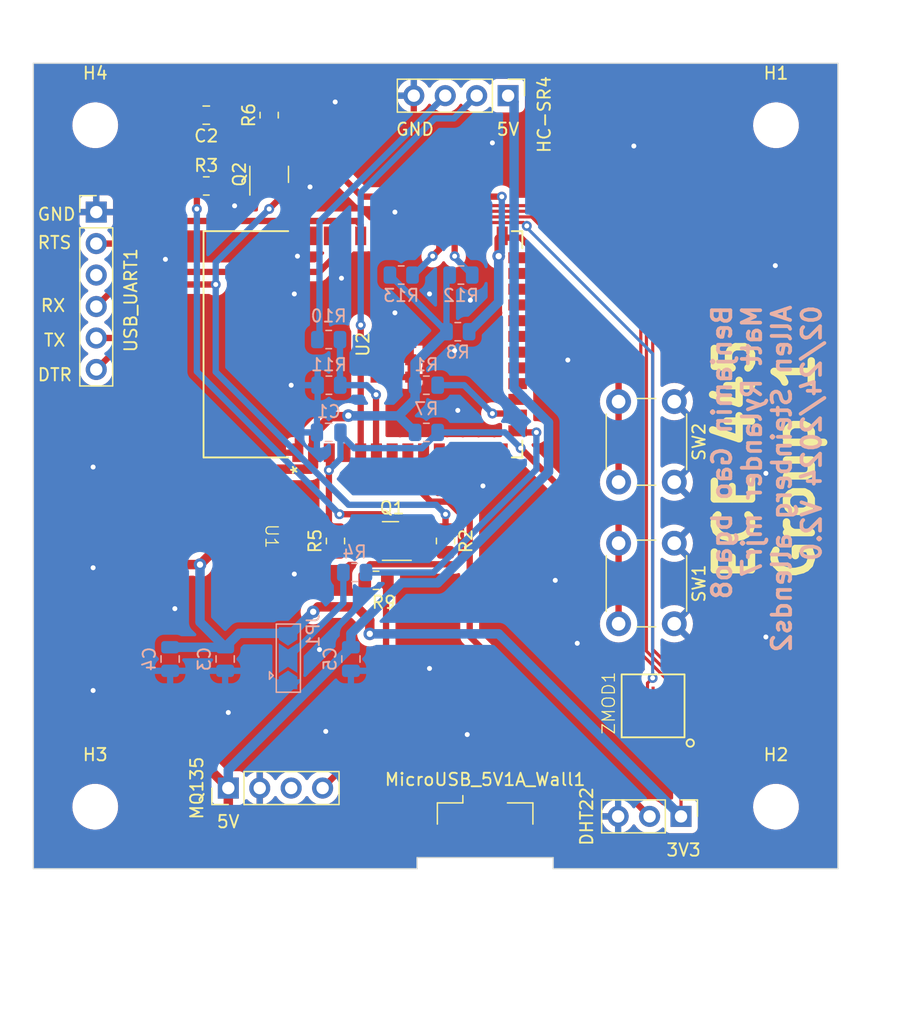
<source format=kicad_pcb>
(kicad_pcb (version 20221018) (generator pcbnew)
  (layers (0 "F.Cu" signal) (31 "B.Cu" signal) (34 "B.Paste" user) (35 "F.Paste" user) (36 "B.SilkS" user "B.Silkscreen") (37 "F.SilkS" user "F.Silkscreen") (38 "B.Mask" user) (39 "F.Mask" user) (44 "Edge.Cuts" user))
  (net 0 "")
  (net 1 "/CHIP_PU")
  (net 2 "GND")
  (net 3 "/GPIO0_STRAPPING")
  (net 4 "+3V3")
  (net 5 "+5V")
  (net 6 "/S")
  (net 7 "/Trig")
  (net 8 "Net-(HC-SR4-Pin_3)")
  (net 9 "Net-(JP1-C)")
  (net 14 "Net-(MQ135-Pin_4)")
  (net 15 "Net-(Q1-B)")
  (net 16 "/RTS")
  (net 17 "Net-(Q1-C)")
  (net 18 "Net-(Q2-B)")
  (net 19 "/DTR")
  (net 20 "Net-(Q2-C)")
  (net 21 "/GPIO46_STRAPPING")
  (net 22 "/GPIO3_STRAPPING")
  (net 23 "/A0")
  (net 24 "/Echo")
  (net 25 "/VBAT_SENSE")
  (net 26 "/GPIO16")
  (net 27 "/GPIO17")
  (net 28 "/GPIO18")
  (net 29 "/M1_FAULT")
  (net 30 "/D-")
  (net 31 "/D+")
  (net 32 "/M1_EN")
  (net 33 "/M1_PWM")
  (net 34 "/M1_DIR")
  (net 35 "/M2_FAULT")
  (net 36 "/M2_EN")
  (net 37 "/M2_PWM")
  (net 38 "/M2_DIR")
  (net 39 "/CAMERA_CS")
  (net 40 "/CAMERA_MOSI")
  (net 41 "/GPIO45_STRAPPING")
  (net 42 "/ZMOD_RES_N")
  (net 43 "/ZMOD_INT")
  (net 44 "/ZMOD_SDA")
  (net 45 "/ZMOD_SCL")
  (net 46 "/MTCK")
  (net 47 "/MTDO")
  (net 48 "/MTDI")
  (net 49 "/MTMS")
  (net 50 "/RX")
  (net 51 "/TX")
  (net 52 "/I_M_1")
  (net 53 "/I_M_2")
  (footprint "Connector_PinHeader_2.54mm:PinHeader_1x03_P2.54mm_Vertical" (layer "F.Cu") (at 131.826 128.778 -90)
    (fp_text reference "DHT22")
    (fp_text value "F_Header_Temp")
  )
  (footprint "Resistor_SMD:R_0805_2012Metric" (layer "F.Cu") (at 103.9095 106.553 90)
    (fp_text reference "R5")
    (fp_text value "10k")
  )
  (footprint "Package_TO_SOT_SMD:SOT-23" (layer "F.Cu") (at 98.552 76.962 90)
    (fp_text reference "Q2")
    (fp_text value "SS8050-G")
  )
  (footprint "local_footprints:ZMOD4410" (layer "F.Cu") (at 129.57 119.858 90)
    (fp_text reference "ZMOD1")
    (fp_text value "~")
  )
  (footprint "local_footprints:ESP32-S3-WROOM-1_EXP" (layer "F.Cu") (at 106.128 90.678 90)
    (fp_text reference "U2")
    (fp_text value "ESP32-S3-WROOM-1-N16R2")
  )
  (footprint "MountingHole:MountingHole_3.2mm_M3" (layer "F.Cu") (at 84.5 128)
    (fp_text reference "H3")
    (fp_text value "MountingHole")
  )
  (footprint "Resistor_SMD:R_0805_2012Metric" (layer "F.Cu") (at 107.188 109.728)
    (fp_text reference "R9")
    (fp_text value "1k")
  )
  (footprint "Resistor_SMD:R_0805_2012Metric" (layer "F.Cu") (at 98.552 72.1845 90)
    (fp_text reference "R6")
    (fp_text value "10k")
  )
  (footprint "Connector_PinHeader_2.54mm:PinHeader_1x04_P2.54mm_Vertical" (layer "F.Cu") (at 95.25 126.492 90)
    (fp_text reference "MQ135")
    (fp_text value "Gas Sensor")
  )
  (footprint "Package_TO_SOT_SMD:SOT-23" (layer "F.Cu") (at 108.3545 106.553 180)
    (fp_text reference "Q1")
    (fp_text value "SS8050-G")
  )
  (footprint "Button_Switch_THT:SW_PUSH_6mm" (layer "F.Cu") (at 131.282 95.302 -90)
    (fp_text reference "SW2")
    (fp_text value "SW_Push")
  )
  (footprint "Connector_USB:USB_Micro-B_Amphenol_10104110_Horizontal" (layer "F.Cu") (at 116 129.35)
    (fp_text reference "MicroUSB_5V1A_Wall1")
    (fp_text value "Conn_01x05")
  )
  (footprint "Resistor_SMD:R_0805_2012Metric" (layer "F.Cu") (at 112.7995 106.553 -90)
    (fp_text reference "R2")
    (fp_text value "10k")
  )
  (footprint "Connector_PinHeader_2.54mm:PinHeader_1x06_P2.54mm_Vertical" (layer "F.Cu") (at 84.582 80.01)
    (fp_text reference "USB_UART1")
    (fp_text value "Conn_01x06")
  )
  (footprint "Button_Switch_THT:SW_PUSH_6mm" (layer "F.Cu") (at 131.282 106.732 -90)
    (fp_text reference "SW1")
    (fp_text value "SW_Push")
  )
  (footprint "Capacitor_SMD:C_0805_2012Metric" (layer "F.Cu") (at 93.472 72.1845 180)
    (fp_text reference "C2")
    (fp_text value "1u")
  )
  (footprint "local_footprints:AZ1117C-SOT223" (layer "F.Cu") (at 93.6745 106.172 -90)
    (fp_text reference "U1")
    (fp_text value "AZ1117-3.3")
  )
  (footprint "Resistor_SMD:R_0805_2012Metric" (layer "F.Cu") (at 93.472 77.8995)
    (fp_text reference "R3")
    (fp_text value "10k")
  )
  (footprint "MountingHole:MountingHole_3.2mm_M3" (layer "F.Cu") (at 139.5 73)
    (fp_text reference "H1")
    (fp_text value "MountingHole")
  )
  (footprint "Connector_PinHeader_2.54mm:PinHeader_1x04_P2.54mm_Vertical" (layer "F.Cu") (at 117.856 70.612 -90)
    (fp_text reference "HC-SR4")
    (fp_text value "F_Header_Ultrasonic")
  )
  (footprint "MountingHole:MountingHole_3.2mm_M3" (layer "F.Cu") (at 84.5 73)
    (fp_text reference "H4")
    (fp_text value "MountingHole")
  )
  (footprint "MountingHole:MountingHole_3.2mm_M3" (layer "F.Cu") (at 139.5 128)
    (fp_text reference "H2")
    (fp_text value "MountingHole")
  )
  (footprint "Resistor_SMD:R_0805_2012Metric" (layer "B.Cu") (at 111.252 97.79)
    (fp_text reference "R7")
    (fp_text value "100k")
  )
  (footprint "Resistor_SMD:R_0805_2012Metric" (layer "B.Cu") (at 103.3605 90.297)
    (fp_text reference "R10")
    (fp_text value "1k")
  )
  (footprint "Capacitor_SMD:C_0805_2012Metric" (layer "B.Cu") (at 94.996 116.078 -90)
    (fp_text reference "C3")
    (fp_text value "10u")
  )
  (footprint "Capacitor_SMD:C_0805_2012Metric" (layer "B.Cu") (at 105.156 116.078 -90)
    (fp_text reference "C5")
    (fp_text value "10u")
  )
  (footprint "Capacitor_SMD:C_0805_2012Metric" (layer "B.Cu") (at 90.551 116.078 -90)
    (fp_text reference "C4")
    (fp_text value "100n")
  )
  (footprint "Capacitor_SMD:C_0805_2012Metric" (layer "B.Cu") (at 103.3605 97.79 180)
    (fp_text reference "C1")
    (fp_text value "1u")
  )
  (footprint "Resistor_SMD:R_0805_2012Metric" (layer "B.Cu") (at 103.378 93.98 180)
    (fp_text reference "R11")
    (fp_text value "2.2k")
  )
  (footprint "Resistor_SMD:R_0805_2012Metric" (layer "B.Cu") (at 109.22 85.09)
    (fp_text reference "R13")
    (fp_text value "10k")
  )
  (footprint "Resistor_SMD:R_0805_2012Metric" (layer "B.Cu") (at 111.252 93.98 180)
    (fp_text reference "R1")
    (fp_text value "1k")
  )
  (footprint "Resistor_SMD:R_0805_2012Metric" (layer "B.Cu") (at 114.046 85.09)
    (fp_text reference "R12")
    (fp_text value "10k")
  )
  (footprint "Resistor_SMD:R_0805_2012Metric" (layer "B.Cu") (at 113.792 89.662)
    (fp_text reference "R8")
    (fp_text value "100k")
  )
  (footprint "Jumper:SolderJumper-3_P2.0mm_Open_TrianglePad1.0x1.5mm" (layer "B.Cu") (at 100.076 116.008 90)
    (fp_text reference "JP1")
    (fp_text value "SolderJumper_3_Open")
  )
  (footprint "Resistor_SMD:R_0805_2012Metric" (layer "B.Cu") (at 105.457 109.093 180)
    (fp_text reference "R4")
    (fp_text value "1k")
  )
  (gr_line (start 144.5 133) (end 121.5 133) (stroke (width 0.1)) (layer "Edge.Cuts"))
  (gr_line (start 79.5 68) (end 79.5 133) (stroke (width 0.1)) (layer "Edge.Cuts"))
  (gr_line (start 110.5 132.1) (end 110.5 133) (stroke (width 0.1)) (layer "Edge.Cuts"))
  (gr_line (start 144.5 68) (end 79.5 68) (stroke (width 0.1)) (layer "Edge.Cuts"))
  (gr_line (start 121.5 133) (end 121.5 132.1) (stroke (width 0.1)) (layer "Edge.Cuts"))
  (gr_line (start 110.5 133) (end 79.5 133) (stroke (width 0.1)) (layer "Edge.Cuts"))
  (gr_line (start 110.5 132.1) (end 121.5 132.1) (stroke (width 0.1)) (layer "Edge.Cuts"))
  (gr_line (start 144.5 68) (end 144.5 133) (stroke (width 0.1)) (layer "Edge.Cuts"))
  (gr_text "Benjamin Gao bgao8	\nMatt Rylander mjr7 \nAllen Steinberg allends2\n02/24/2024 V2.0" (at 143.256 87.376 90) (layer "B.SilkS") (effects (font (size 1.5 1.5) (thickness 0.3) bold) (justify left bottom mirror)))
  (gr_text "GND" (at 79.756 80.772) (layer "F.SilkS") (effects (font (size 1 1)) (justify left bottom)))
  (gr_text "5V" (at 94.234 129.794) (layer "F.SilkS") (effects (font (size 1 1)) (justify left bottom)))
  (gr_text "RTS" (at 79.756 83.058) (layer "F.SilkS") (effects (font (size 1 1)) (justify left bottom)))
  (gr_text "ECE 445\nGroup 1" (at 142.748 109.982 90) (layer "F.SilkS") (effects (font (size 3 3) (thickness 0.6) bold) (justify left bottom)))
  (gr_text "DTR" (at 79.756 93.726) (layer "F.SilkS") (effects (font (size 1 1)) (justify left bottom)))
  (gr_text "RX" (at 80.01 88.138) (layer "F.SilkS") (effects (font (size 1 1)) (justify left bottom)))
  (gr_text "5V" (at 116.84 73.914) (layer "F.SilkS") (effects (font (size 1 1)) (justify left bottom)))
  (gr_text "3V3" (at 130.556 132.08) (layer "F.SilkS") (effects (font (size 1 1)) (justify left bottom)))
  (gr_text "TX" (at 80.264 90.932) (layer "F.SilkS") (effects (font (size 1 1)) (justify left bottom)))
  (gr_text "GND" (at 108.712 73.914) (layer "F.SilkS") (effects (font (size 1 1)) (justify left bottom)))
  (segment (start 126.782 106.732) (end 126.782 104.229) (width 0.508) (layer "F.Cu") (net 1))
  (segment (start 103.378 99.458) (end 103.408 99.428) (width 0.508) (layer "F.Cu") (net 1))
  (segment (start 103.378 105.109) (end 103.9095 105.6405) (width 0.508) (layer "F.Cu") (net 1))
  (segment (start 126.782 104.229) (end 124.041 104.229) (width 0.508) (layer "F.Cu") (net 1))
  (segment (start 126.782 106.732) (end 126.782 113.232) (width 0.508) (layer "F.Cu") (net 1))
  (segment (start 103.378 100.838) (end 103.378 105.109) (width 0.508) (layer "F.Cu") (net 1))
  (segment (start 103.378 100.838) (end 103.378 99.458) (width 0.508) (layer "F.Cu") (net 1))
  (segment (start 124.041 104.229) (end 118.872 99.06) (width 0.508) (layer "F.Cu") (net 1))
  (via (at 103.378 100.838) (size 0.8) (drill 0.4) (layers "F.Cu" "B.Cu") (net 1))
  (via (at 118.872 99.06) (size 0.8) (drill 0.4) (layers "F.Cu" "B.Cu") (net 1))
  (segment (start 117.602 97.79) (end 112.1645 97.79) (width 0.508) (layer "B.Cu") (net 1))
  (segment (start 105.41 99.06) (end 110.8945 99.06) (width 0.508) (layer "B.Cu") (net 1))
  (segment (start 110.8945 99.06) (end 112.1645 97.79) (width 0.508) (layer "B.Cu") (net 1))
  (segment (start 104.14 97.79) (end 105.41 99.06) (width 0.508) (layer "B.Cu") (net 1))
  (segment (start 104.3105 97.79) (end 104.14 97.79) (width 0.508) (layer "B.Cu") (net 1))
  (segment (start 104.3105 99.9055) (end 103.378 100.838) (width 0.508) (layer "B.Cu") (net 1))
  (segment (start 104.3105 97.79) (end 104.3105 99.9055) (width 0.508) (layer "B.Cu") (net 1))
  (segment (start 118.872 99.06) (end 117.602 97.79) (width 0.508) (layer "B.Cu") (net 1))
  (segment (start 127.022 119.358) (end 127 119.38) (width 0.254) (layer "F.Cu") (net 2))
  (segment (start 128.57 118.558) (end 127.702 118.558) (width 0.254) (layer "F.Cu") (net 2))
  (segment (start 128.57 118.156) (end 128.143 117.729) (width 0.254) (layer "F.Cu") (net 2))
  (segment (start 128.27 120.396) (end 127.508 121.158) (width 0.254) (layer "F.Cu") (net 2))
  (segment (start 128.27 119.358) (end 128.27 118.858) (width 0.254) (layer "F.Cu") (net 2))
  (segment (start 128.27 119.358) (end 127.022 119.358) (width 0.254) (layer "F.Cu") (net 2))
  (segment (start 117.31 127.8) (end 117.348 127.762) (width 0.254) (layer "F.Cu") (net 2))
  (segment (start 117.3 127.8) (end 117.31 127.8) (width 0.254) (layer "F.Cu") (net 2))
  (segment (start 128.27 120.358) (end 127.216 120.358) (width 0.254) (layer "F.Cu") (net 2))
  (segment (start 128.27 118.858) (end 128.57 118.558) (width 0.254) (layer "F.Cu") (net 2))
  (segment (start 117.3 127.8) (end 117.3 126.238) (width 0.4) (layer "F.Cu") (net 2))
  (segment (start 127.702 118.558) (end 127.508 118.364) (width 0.254) (layer "F.Cu") (net 2))
  (segment (start 127.216 120.358) (end 127 120.142) (width 0.254) (layer "F.Cu") (net 2))
  (segment (start 128.57 118.558) (end 128.57 118.156) (width 0.254) (layer "F.Cu") (net 2))
  (segment (start 128.27 120.358) (end 128.27 120.396) (width 0.254) (layer "F.Cu") (net 2))
  (via (at 90.17 83.82) (size 0.8) (drill 0.4) (layers "F.Cu" "B.Cu") (net 2))
  (via (at 138.684 114.3) (size 0.8) (drill 0.4) (layers "F.Cu" "B.Cu") (net 2))
  (via (at 108.712 80.01) (size 0.8) (drill 0.4) (layers "F.Cu" "B.Cu") (net 2))
  (via (at 123.444 114.808) (size 0.8) (drill 0.4) (layers "F.Cu" "B.Cu") (net 2))
  (via (at 100.584 109.22) (size 0.8) (drill 0.4) (layers "F.Cu" "B.Cu") (net 2))
  (via (at 95.758 79.502) (size 0.8) (drill 0.4) (layers "F.Cu" "B.Cu") (net 2))
  (via (at 114.808 87.122) (size 0.8) (drill 0.4) (layers "F.Cu" "B.Cu") (net 2))
  (via (at 104.394 85.344) (size 0.8) (drill 0.4) (layers "F.Cu" "B.Cu") (net 2))
  (via (at 103.124 121.92) (size 0.8) (drill 0.4) (layers "F.Cu" "B.Cu") (net 2))
  (via (at 84.328 108.712) (size 0.8) (drill 0.4) (layers "F.Cu" "B.Cu") (net 2))
  (via (at 128.016 74.676) (size 0.8) (drill 0.4) (layers "F.Cu" "B.Cu") (net 2))
  (via (at 138.684 101.092) (size 0.8) (drill 0.4) (layers "F.Cu" "B.Cu") (net 2))
  (via (at 121.666 109.728) (size 0.8) (drill 0.4) (layers "F.Cu" "B.Cu") (net 2))
  (via (at 111.506 86.614) (size 0.8) (drill 0.4) (layers "F.Cu" "B.Cu") (net 2))
  (via (at 102.616 115.316) (size 0.8) (drill 0.4) (layers "F.Cu" "B.Cu") (net 2))
  (via (at 101.854 77.978) (size 0.8) (drill 0.4) (layers "F.Cu" "B.Cu") (net 2))
  (via (at 100.584 86.614) (size 0.8) (drill 0.4) (layers "F.Cu" "B.Cu") (net 2))
  (via (at 111.506 116.84) (size 0.8) (drill 0.4) (layers "F.Cu" "B.Cu") (net 2))
  (via (at 114.554 122.174) (size 0.8) (drill 0.4) (layers "F.Cu" "B.Cu") (net 2))
  (via (at 122.682 91.948) (size 0.8) (drill 0.4) (layers "F.Cu" "B.Cu") (net 2))
  (via (at 139.446 84.328) (size 0.8) (drill 0.4) (layers "F.Cu" "B.Cu") (net 2))
  (via (at 113.792 96.012) (size 0.8) (drill 0.4) (layers "F.Cu" "B.Cu") (net 2))
  (via (at 115.824 102.108) (size 0.8) (drill 0.4) (layers "F.Cu" "B.Cu") (net 2))
  (via (at 108.712 88.138) (size 0.8) (drill 0.4) (layers "F.Cu" "B.Cu") (net 2))
  (via (at 95.25 120.396) (size 0.8) (drill 0.4) (layers "F.Cu" "B.Cu") (net 2))
  (via (at 84.328 118.618) (size 0.8) (drill 0.4) (layers "F.Cu" "B.Cu") (net 2))
  (via (at 100.838 83.566) (size 0.8) (drill 0.4) (layers "F.Cu" "B.Cu") (net 2))
  (via (at 90.932 112.014) (size 0.8) (drill 0.4) (layers "F.Cu" "B.Cu") (net 2))
  (via (at 84.328 100.584) (size 0.8) (drill 0.4) (layers "F.Cu" "B.Cu") (net 2))
  (via (at 113.538 91.186) (size 0.8) (drill 0.4) (layers "F.Cu" "B.Cu") (net 2))
  (via (at 116.586 74.422) (size 0.8) (drill 0.4) (layers "F.Cu" "B.Cu") (net 2))
  (via (at 103.886 71.12) (size 0.8) (drill 0.4) (layers "F.Cu" "B.Cu") (net 2))
  (via (at 100.33 93.98) (size 0.8) (drill 0.4) (layers "F.Cu" "B.Cu") (net 2))
  (segment (start 97.6395 72.1845) (end 98.552 71.272) (width 0.508) (layer "F.Cu") (net 3))
  (segment (start 117.094 83.566) (end 117.1335 83.5265) (width 0.762) (layer "F.Cu") (net 3))
  (segment (start 106.0427 78.7627) (end 117.348 78.7627) (width 0.508) (layer "F.Cu") (net 3))
  (segment (start 126.782 95.302) (end 126.782 101.802) (width 0.508) (layer "F.Cu") (net 3))
  (segment (start 117.1335 82.1725) (end 117.378 81.928) (width 0.762) (layer "F.Cu") (net 3))
  (segment (start 98.552 71.272) (end 106.0427 78.7627) (width 0.508) (layer "F.Cu") (net 3))
  (segment (start 117.526501 82.076501) (end 118.886501 82.076501) (width 0.508) (layer "F.Cu") (net 3))
  (segment (start 117.378 81.928) (end 117.526501 82.076501) (width 0.508) (layer "F.Cu") (net 3))
  (segment (start 126.782 89.972) (end 126.782 95.302) (width 0.508) (layer "F.Cu") (net 3))
  (segment (start 118.886501 82.076501) (end 126.782 89.972) (width 0.508) (layer "F.Cu") (net 3))
  (segment (start 94.422 72.1845) (end 97.6395 72.1845) (width 0.508) (layer "F.Cu") (net 3))
  (segment (start 117.1335 83.5265) (end 117.1335 82.1725) (width 0.762) (layer "F.Cu") (net 3))
  (via (at 117.348 78.7627) (size 0.8) (drill 0.4) (layers "F.Cu" "B.Cu") (net 3))
  (via (at 117.094 83.566) (size 1.016) (drill 0.508) (layers "F.Cu" "B.Cu") (net 3))
  (segment (start 117.094 87.2725) (end 117.094 83.566) (width 0.762) (layer "B.Cu") (net 3))
  (segment (start 114.7045 89.662) (end 117.094 87.2725) (width 0.762) (layer "B.Cu") (net 3))
  (segment (start 117.348 78.7627) (end 117.348 83.312) (width 0.508) (layer "B.Cu") (net 3))
  (segment (start 117.348 83.312) (end 117.094 83.566) (width 0.508) (layer "B.Cu") (net 3))
  (segment (start 96.5997 100.7583) (end 101.8935 100.7583) (width 0.762) (layer "F.Cu") (net 4))
  (segment (start 101.8935 100.7583) (end 102.138 100.5138) (width 0.762) (layer "F.Cu") (net 4))
  (segment (start 130.57 121.158) (end 130.57 123.158) (width 0.254) (layer "F.Cu") (net 4))
  (segment (start 131.087 123.675) (end 131.826 124.414) (width 0.254) (layer "F.Cu") (net 4))
  (segment (start 129.57 118.558) (end 129.57 120.158) (width 0.254) (layer "F.Cu") (net 4))
  (segment (start 129.57 120.158) (end 130.57 121.158) (width 0.254) (layer "F.Cu") (net 4))
  (segment (start 130.57 123.158) (end 131.087 123.675) (width 0.254) (layer "F.Cu") (net 4))
  (segment (start 131.826 124.414) (end 131.826 128.778) (width 0.254) (layer "F.Cu") (net 4))
  (segment (start 102.108 112.268) (end 102.507 111.869) (width 0.762) (layer "F.Cu") (net 4))
  (segment (start 94.234 103.124) (end 96.5997 100.7583) (width 0.762) (layer "F.Cu") (net 4))
  (segment (start 102.507 111.869) (end 105.607079 111.869) (width 0.762) (layer "F.Cu") (net 4))
  (segment (start 104.949433 96.434247) (end 104.949433 96.472567) (width 0.762) (layer "F.Cu") (net 4))
  (segment (start 103.5347 96.52) (end 102.138 97.9167) (width 0.762) (layer "F.Cu") (net 4))
  (segment (start 106.68 112.941921) (end 106.68 114.047) (width 0.762) (layer "F.Cu") (net 4))
  (segment (start 104.902 96.52) (end 103.5347 96.52) (width 0.762) (layer "F.Cu") (net 4))
  (segment (start 102.138 100.5138) (end 102.138 99.428) (width 0.762) (layer "F.Cu") (net 4))
  (segment (start 92.964 108.458) (end 94.234 107.188) (width 0.762) (layer "F.Cu") (net 4))
  (segment (start 105.607079 111.869) (end 106.68 112.941921) (width 0.762) (layer "F.Cu") (net 4))
  (segment (start 104.949433 96.472567) (end 104.902 96.52) (width 0.762) (layer "F.Cu") (net 4))
  (segment (start 94.234 107.188) (end 94.234 103.124) (width 0.762) (layer "F.Cu") (net 4))
  (segment (start 128.57 121.158) (end 131.087 123.675) (width 0.254) (layer "F.Cu") (net 4))
  (segment (start 90.5885 108.458) (end 90.5745 108.472) (width 0.762) (layer "F.Cu") (net 4))
  (segment (start 92.964 108.458) (end 90.5885 108.458) (width 0.762) (layer "F.Cu") (net 4))
  (segment (start 102.138 97.9167) (end 102.138 99.428) (width 0.762) (layer "F.Cu") (net 4))
  (via (at 92.964 108.458) (size 1.016) (drill 0.508) (layers "F.Cu" "B.Cu") (net 4))
  (via (at 106.68 114.047) (size 1.016) (drill 0.508) (layers "F.Cu" "B.Cu") (net 4))
  (via (at 104.949433 96.434247) (size 1.016) (drill 0.508) (layers "F.Cu" "B.Cu") (net 4))
  (via (at 102.108 112.268) (size 1.016) (drill 0.508) (layers "F.Cu" "B.Cu") (net 4))
  (segment (start 96.116 114.008) (end 98.806 114.008) (width 0.762) (layer "B.Cu") (net 4))
  (segment (start 100.368 114.008) (end 102.108 112.268) (width 0.762) (layer "B.Cu") (net 4))
  (segment (start 106.68 114.047) (end 117.095 114.047) (width 0.762) (layer "B.Cu") (net 4))
  (segment (start 110.3395 93.98) (end 110.3395 92.202) (width 0.762) (layer "B.Cu") (net 4))
  (segment (start 110.3395 95.114662) (end 110.3395 93.98) (width 0.762) (layer "B.Cu") (net 4))
  (segment (start 109.001831 96.452331) (end 110.3395 95.114662) (width 0.762) (layer "B.Cu") (net 4))
  (segment (start 117.095 114.047) (end 131.826 128.778) (width 0.762) (layer "B.Cu") (net 4))
  (segment (start 109.001831 96.452331) (end 110.3395 97.79) (width 0.762) (layer "B.Cu") (net 4))
  (segment (start 92.964 113.096) (end 94.996 115.128) (width 0.762) (layer "B.Cu") (net 4))
  (segment (start 98.806 114.008) (end 100.076 114.008) (width 0.762) (layer "B.Cu") (net 4))
  (segment (start 108.3075 85.09) (end 112.8795 89.662) (width 0.508) (layer "B.Cu") (net 4))
  (segment (start 110.3395 92.202) (end 112.8795 89.662) (width 0.762) (layer "B.Cu") (net 4))
  (segment (start 112.8795 85.344) (end 112.8795 89.662) (width 0.508) (layer "B.Cu") (net 4))
  (segment (start 90.551 115.128) (end 94.996 115.128) (width 0.762) (layer "B.Cu") (net 4))
  (segment (start 98.806 114.008) (end 100.368 114.008) (width 0.762) (layer "B.Cu") (net 4))
  (segment (start 104.949433 96.434247) (end 104.967517 96.452331) (width 0.762) (layer "B.Cu") (net 4))
  (segment (start 113.1335 85.09) (end 112.8795 85.344) (width 0.508) (layer "B.Cu") (net 4))
  (segment (start 92.964 108.458) (end 92.964 113.096) (width 0.762) (layer "B.Cu") (net 4))
  (segment (start 104.967517 96.452331) (end 109.001831 96.452331) (width 0.762) (layer "B.Cu") (net 4))
  (segment (start 94.996 115.128) (end 96.116 114.008) (width 0.762) (layer "B.Cu") (net 4))
  (segment (start 106.963 129.794) (end 108.995 127.762) (width 0.762) (layer "F.Cu") (net 5))
  (segment (start 95.25 128.27) (end 96.774 129.794) (width 0.762) (layer "F.Cu") (net 5))
  (segment (start 88.138 119.38) (end 95.25 126.492) (width 0.762) (layer "F.Cu") (net 5))
  (segment (start 108.995 127.762) (end 114.357 127.762) (width 0.762) (layer "F.Cu") (net 5))
  (segment (start 88.138 105.664) (end 88.138 119.38) (width 0.762) (layer "F.Cu") (net 5))
  (segment (start 90.5745 103.872) (end 89.93 103.872) (width 0.762) (layer "F.Cu") (net 5))
  (segment (start 114.357 127.762) (end 114.518 127.923) (width 0.762) (layer "F.Cu") (net 5))
  (segment (start 96.774 129.794) (end 106.963 129.794) (width 0.762) (layer "F.Cu") (net 5))
  (segment (start 95.25 126.492) (end 95.25 128.27) (width 0.762) (layer "F.Cu") (net 5))
  (segment (start 89.93 103.872) (end 88.138 105.664) (width 0.762) (layer "F.Cu") (net 5))
  (segment (start 105.156 115.128) (end 105.156 114.030921) (width 0.762) (layer "B.Cu") (net 5))
  (segment (start 95.25 125.026862) (end 105.148862 115.128) (width 0.762) (layer "B.Cu") (net 5))
  (segment (start 121.123 96.993) (end 118.340676 94.210676) (width 0.762) (layer "B.Cu") (net 5))
  (segment (start 118.340676 71.096676) (end 117.856 70.612) (width 0.762) (layer "B.Cu") (net 5))
  (segment (start 105.148862 115.128) (end 105.156 115.128) (width 0.762) (layer "B.Cu") (net 5))
  (segment (start 121.123 100.975662) (end 121.123 96.993) (width 0.762) (layer "B.Cu") (net 5))
  (segment (start 105.156 114.030921) (end 109.258921 109.928) (width 0.762) (layer "B.Cu") (net 5))
  (segment (start 118.340676 94.210676) (end 118.340676 71.096676) (width 0.762) (layer "B.Cu") (net 5))
  (segment (start 95.25 126.492) (end 95.25 125.026862) (width 0.762) (layer "B.Cu") (net 5))
  (segment (start 109.258921 109.928) (end 112.170662 109.928) (width 0.762) (layer "B.Cu") (net 5))
  (segment (start 112.170662 109.928) (end 121.123 100.975662) (width 0.762) (layer "B.Cu") (net 5))
  (segment (start 113.338 102.67) (end 112.1682 102.67) (width 0.508) (layer "F.Cu") (net 6))
  (segment (start 114.754 114.246) (end 114.754 104.086) (width 0.508) (layer "F.Cu") (net 6))
  (segment (start 129.286 128.778) (end 114.754 114.246) (width 0.508) (layer "F.Cu") (net 6))
  (segment (start 114.754 104.086) (end 113.338 102.67) (width 0.508) (layer "F.Cu") (net 6))
  (segment (start 109.758 100.2598) (end 109.758 99.428) (width 0.508) (layer "F.Cu") (net 6))
  (segment (start 112.1682 102.67) (end 109.758 100.2598) (width 0.508) (layer "F.Cu") (net 6))
  (segment (start 105.948 89.124) (end 105.948 99.428) (width 0.508) (layer "F.Cu") (net 7))
  (via (at 105.948 89.124) (size 0.8) (drill 0.4) (layers "F.Cu" "B.Cu") (net 7))
  (segment (start 105.948 89.124) (end 105.948 78.441264) (width 0.508) (layer "B.Cu") (net 7))
  (segment (start 113.484 72.444) (end 115.316 70.612) (width 0.508) (layer "B.Cu") (net 7))
  (segment (start 105.948 78.441264) (end 111.945264 72.444) (width 0.508) (layer "B.Cu") (net 7))
  (segment (start 111.945264 72.444) (end 113.484 72.444) (width 0.508) (layer "B.Cu") (net 7))
  (segment (start 102.616 90.129) (end 102.616 80.772) (width 0.508) (layer "B.Cu") (net 8))
  (segment (start 102.616 80.772) (end 112.776 70.612) (width 0.508) (layer "B.Cu") (net 8))
  (segment (start 102.448 90.297) (end 102.616 90.129) (width 0.508) (layer "B.Cu") (net 8))
  (segment (start 104.5445 109.093) (end 104.5445 111.5395) (width 0.508) (layer "B.Cu") (net 9))
  (segment (start 104.5445 111.5395) (end 100.076 116.008) (width 0.508) (layer "B.Cu") (net 9))
  (segment (start 102.87 126.492) (end 107.997 121.365) (width 0.508) (layer "F.Cu") (net 14))
  (segment (start 107.997 121.365) (end 107.997 109.8315) (width 0.508) (layer "F.Cu") (net 14))
  (segment (start 107.997 109.8315) (end 108.1005 109.728) (width 0.508) (layer "F.Cu") (net 14))
  (segment (start 109.292 107.503) (end 112.762 107.503) (width 0.508) (layer "F.Cu") (net 15))
  (segment (start 112.762 107.503) (end 112.7995 107.4655) (width 0.508) (layer "F.Cu") (net 15))
  (segment (start 92.5595 77.8995) (end 87.909 82.55) (width 0.508) (layer "F.Cu") (net 16))
  (segment (start 108.083 104.394) (end 104.232 104.394) (width 0.508) (layer "F.Cu") (net 16))
  (segment (start 109.292 105.603) (end 108.083 104.394) (width 0.508) (layer "F.Cu") (net 16))
  (segment (start 87.909 82.55) (end 84.582 82.55) (width 0.508) (layer "F.Cu") (net 16))
  (segment (start 92.71 79.756) (end 92.71 78.05) (width 0.508) (layer "F.Cu") (net 16))
  (segment (start 92.71 78.05) (end 92.5595 77.8995) (width 0.508) (layer "F.Cu") (net 16))
  (via (at 104.232 104.394) (size 0.8) (drill 0.4) (layers "F.Cu" "B.Cu") (net 16))
  (via (at 92.71 79.756) (size 0.8) (drill 0.4) (layers "F.Cu" "B.Cu") (net 16))
  (segment (start 104.232 104.394) (end 92.71 92.872) (width 0.508) (layer "B.Cu") (net 16))
  (segment (start 92.71 92.872) (end 92.71 79.756) (width 0.508) (layer "B.Cu") (net 16))
  (segment (start 106.5045 107.4655) (end 107.417 106.553) (width 0.508) (layer "F.Cu") (net 17))
  (segment (start 103.9095 107.4655) (end 106.5045 107.4655) (width 0.508) (layer "F.Cu") (net 17))
  (segment (start 97.602 77.8995) (end 94.3845 77.8995) (width 0.508) (layer "F.Cu") (net 18))
  (segment (start 99.502 78.806) (end 99.502 77.8995) (width 0.508) (layer "F.Cu") (net 19))
  (segment (start 112.7995 104.394) (end 112.7995 105.6405) (width 0.508) (layer "F.Cu") (net 19))
  (segment (start 98.552 79.756) (end 99.502 78.806) (width 0.508) (layer "F.Cu") (net 19))
  (segment (start 91.44 85.852) (end 84.582 92.71) (width 0.508) (layer "F.Cu") (net 19))
  (segment (start 94.234 85.852) (end 91.44 85.852) (width 0.508) (layer "F.Cu") (net 19))
  (via (at 94.234 85.852) (size 0.8) (drill 0.4) (layers "F.Cu" "B.Cu") (net 19))
  (via (at 98.552 79.756) (size 0.8) (drill 0.4) (layers "F.Cu" "B.Cu") (net 19))
  (via (at 112.7995 104.394) (size 0.8) (drill 0.4) (layers "F.Cu" "B.Cu") (net 19))
  (segment (start 94.234 92.901739) (end 104.964261 103.632) (width 0.508) (layer "B.Cu") (net 19))
  (segment (start 104.964261 103.632) (end 112.0375 103.632) (width 0.508) (layer "B.Cu") (net 19))
  (segment (start 94.234 84.074) (end 98.552 79.756) (width 0.508) (layer "B.Cu") (net 19))
  (segment (start 94.234 85.852) (end 94.234 84.074) (width 0.508) (layer "B.Cu") (net 19))
  (segment (start 94.234 85.852) (end 94.234 92.901739) (width 0.508) (layer "B.Cu") (net 19))
  (segment (start 112.0375 103.632) (end 112.7995 104.394) (width 0.508) (layer "B.Cu") (net 19))
  (segment (start 98.552 73.097) (end 98.552 76.0245) (width 0.508) (layer "F.Cu") (net 20))
  (segment (start 116.586 96.266) (end 118.501 96.266) (width 0.508) (layer "F.Cu") (net 21))
  (segment (start 118.501 96.266) (end 118.628 96.393) (width 0.508) (layer "F.Cu") (net 21))
  (via (at 116.586 96.266) (size 0.8) (drill 0.4) (layers "F.Cu" "B.Cu") (net 21))
  (segment (start 114.3 93.98) (end 116.586 96.266) (width 0.508) (layer "B.Cu") (net 21))
  (segment (start 112.1645 93.98) (end 114.3 93.98) (width 0.508) (layer "B.Cu") (net 21))
  (segment (start 120.142 97.79) (end 118.755 97.79) (width 0.508) (layer "F.Cu") (net 22))
  (segment (start 118.755 97.79) (end 118.628 97.663) (width 0.508) (layer "F.Cu") (net 22))
  (via (at 120.142 97.79) (size 0.8) (drill 0.4) (layers "F.Cu" "B.Cu") (net 22))
  (segment (start 111.824794 109.093) (end 120.142 100.775794) (width 0.508) (layer "B.Cu") (net 22))
  (segment (start 120.142 100.775794) (end 120.142 97.79) (width 0.508) (layer "B.Cu") (net 22))
  (segment (start 106.3695 109.093) (end 111.824794 109.093) (width 0.508) (layer "B.Cu") (net 22))
  (segment (start 114.046 107.934034) (end 114.046 104.394) (width 0.508) (layer "F.Cu") (net 23))
  (segment (start 108.488 100.2598) (end 108.488 99.428) (width 0.508) (layer "F.Cu") (net 23))
  (segment (start 113.548034 108.432) (end 114.046 107.934034) (width 0.508) (layer "F.Cu") (net 23))
  (segment (start 106.2755 108.8625) (end 106.706 108.432) (width 0.508) (layer "F.Cu") (net 23))
  (segment (start 111.6062 103.378) (end 108.488 100.2598) (width 0.508) (layer "F.Cu") (net 23))
  (segment (start 106.2755 109.728) (end 106.2755 108.8625) (width 0.508) (layer "F.Cu") (net 23))
  (segment (start 113.03 103.378) (end 111.6062 103.378) (width 0.508) (layer "F.Cu") (net 23))
  (segment (start 106.706 108.432) (end 113.548034 108.432) (width 0.508) (layer "F.Cu") (net 23))
  (segment (start 114.046 104.394) (end 113.03 103.378) (width 0.508) (layer "F.Cu") (net 23))
  (segment (start 107.188 94.742) (end 107.188 99.398) (width 0.508) (layer "F.Cu") (net 24))
  (segment (start 107.188 99.398) (end 107.218 99.428) (width 0.508) (layer "F.Cu") (net 24))
  (via (at 107.188 94.742) (size 0.8) (drill 0.4) (layers "F.Cu" "B.Cu") (net 24))
  (segment (start 106.426 93.98) (end 104.2905 93.98) (width 0.508) (layer "B.Cu") (net 24))
  (segment (start 104.273 93.9625) (end 104.2905 93.98) (width 0.508) (layer "B.Cu") (net 24))
  (segment (start 104.273 90.297) (end 104.273 93.9625) (width 0.508) (layer "B.Cu") (net 24))
  (segment (start 107.188 94.742) (end 106.426 93.98) (width 0.508) (layer "B.Cu") (net 24))
  (segment (start 129.116 118.026) (end 129.533933 117.608067) (width 0.254) (layer "F.Cu") (net 42))
  (segment (start 116.181 80.8517) (end 116.108 80.9247) (width 0.254) (layer "F.Cu") (net 42))
  (segment (start 119.093881 80.8517) (end 116.181 80.8517) (width 0.254) (layer "F.Cu") (net 42))
  (segment (start 119.366881 81.1247) (end 119.093881 80.8517) (width 0.254) (layer "F.Cu") (net 42))
  (segment (start 129.116 120.704) (end 129.116 118.026) (width 0.254) (layer "F.Cu") (net 42))
  (segment (start 129.57 121.158) (end 129.116 120.704) (width 0.254) (layer "F.Cu") (net 42))
  (segment (start 116.108 80.9247) (end 116.108 81.928) (width 0.254) (layer "F.Cu") (net 42))
  (via (at 119.366881 81.1247) (size 0.8) (drill 0.4) (layers "F.Cu" "B.Cu") (net 42))
  (via (at 129.533933 117.608067) (size 0.8) (drill 0.4) (layers "F.Cu" "B.Cu") (net 42))
  (segment (start 129.533933 91.433933) (end 129.533933 117.608067) (width 0.254) (layer "B.Cu") (net 42))
  (segment (start 119.366881 81.1247) (end 119.366881 81.266881) (width 0.254) (layer "B.Cu") (net 42))
  (segment (start 119.366881 81.266881) (end 129.533933 91.433933) (width 0.254) (layer "B.Cu") (net 42))
  (segment (start 114.838 80.9247) (end 114.838 81.928) (width 0.254) (layer "F.Cu") (net 43))
  (segment (start 115.365 80.3977) (end 114.838 80.9247) (width 0.254) (layer "F.Cu") (net 43))
  (segment (start 131.022 118.068) (end 128.578 115.624) (width 0.254) (layer "F.Cu") (net 43))
  (segment (start 128.578 115.624) (end 128.578 89.222104) (width 0.254) (layer "F.Cu") (net 43))
  (segment (start 131.022 119.206) (end 131.022 118.068) (width 0.254) (layer "F.Cu") (net 43))
  (segment (start 130.87 119.358) (end 131.022 119.206) (width 0.254) (layer "F.Cu") (net 43))
  (segment (start 128.578 89.222104) (end 119.753596 80.3977) (width 0.254) (layer "F.Cu") (net 43))
  (segment (start 119.753596 80.3977) (end 115.365 80.3977) (width 0.254) (layer "F.Cu") (net 43))
  (segment (start 114.549 79.9437) (end 119.941648 79.9437) (width 0.254) (layer "F.Cu") (net 44))
  (segment (start 131.476 117.879948) (end 131.476 119.781) (width 0.254) (layer "F.Cu") (net 44))
  (segment (start 113.568 81.928) (end 113.568 80.9247) (width 0.254) (layer "F.Cu") (net 44))
  (segment (start 119.941648 79.9437) (end 129.032 89.034052) (width 0.254) (layer "F.Cu") (net 44))
  (segment (start 129.032 115.435948) (end 131.476 117.879948) (width 0.254) (layer "F.Cu") (net 44))
  (segment (start 129.032 89.034052) (end 129.032 115.435948) (width 0.254) (layer "F.Cu") (net 44))
  (segment (start 113.568 80.9247) (end 114.549 79.9437) (width 0.254) (layer "F.Cu") (net 44))
  (segment (start 131.476 119.781) (end 131.399 119.858) (width 0.254) (layer "F.Cu") (net 44))
  (segment (start 131.399 119.858) (end 130.87 119.858) (width 0.254) (layer "F.Cu") (net 44))
  (segment (start 113.538 83.566) (end 113.538 81.958) (width 0.508) (layer "F.Cu") (net 44))
  (segment (start 113.538 81.958) (end 113.568 81.928) (width 0.508) (layer "F.Cu") (net 44))
  (via (at 113.538 83.566) (size 0.8) (drill 0.4) (layers "F.Cu" "B.Cu") (net 44))
  (segment (start 114.9585 85.09) (end 113.538 83.6695) (width 0.508) (layer "B.Cu") (net 44))
  (segment (start 113.538 83.6695) (end 113.538 83.566) (width 0.508) (layer "B.Cu") (net 44))
  (segment (start 120.1297 79.4897) (end 113.1615 79.4897) (width 0.254) (layer "F.Cu") (net 45))
  (segment (start 131.93 119.969052) (end 131.93 117.691895) (width 0.254) (layer "F.Cu") (net 45))
  (segment (start 130.87 120.358) (end 131.541052 120.358) (width 0.254) (layer "F.Cu") (net 45))
  (segment (start 111.76 83.566) (end 112.298 83.028) (width 0.508) (layer "F.Cu") (net 45))
  (segment (start 112.298 83.028) (end 112.298 81.928) (width 0.508) (layer "F.Cu") (net 45))
  (segment (start 131.541052 120.358) (end 131.93 119.969052) (width 0.254) (layer "F.Cu") (net 45))
  (segment (start 131.93 117.691895) (end 129.54 115.301895) (width 0.254) (layer "F.Cu") (net 45))
  (segment (start 112.298 80.3532) (end 112.298 81.928) (width 0.254) (layer "F.Cu") (net 45))
  (segment (start 113.1615 79.4897) (end 112.298 80.3532) (width 0.254) (layer "F.Cu") (net 45))
  (segment (start 129.54 88.9) (end 120.1297 79.4897) (width 0.254) (layer "F.Cu") (net 45))
  (segment (start 129.54 115.301895) (end 129.54 88.9) (width 0.254) (layer "F.Cu") (net 45))
  (via (at 111.76 83.566) (size 0.8) (drill 0.4) (layers "F.Cu" "B.Cu") (net 45))
  (segment (start 110.236 85.09) (end 111.76 83.566) (width 0.508) (layer "B.Cu") (net 45))
  (segment (start 110.1325 85.09) (end 110.236 85.09) (width 0.508) (layer "B.Cu") (net 45))
  (segment (start 105.6167 80.7247) (end 105.948 81.056) (width 0.508) (layer "F.Cu") (net 50))
  (segment (start 90.735564 80.7247) (end 105.6167 80.7247) (width 0.508) (layer "F.Cu") (net 50))
  (segment (start 86.624264 84.836) (end 90.735564 80.7247) (width 0.508) (layer "F.Cu") (net 50))
  (segment (start 105.948 81.056) (end 105.948 81.928) (width 0.508) (layer "F.Cu") (net 50))
  (segment (start 86.614 85.598) (end 86.614 84.836) (width 0.508) (layer "F.Cu") (net 50))
  (segment (start 105.918 81.898) (end 105.948 81.928) (width 0.508) (layer "F.Cu") (net 50))
  (segment (start 86.614 84.836) (end 86.624264 84.836) (width 0.508) (layer "F.Cu") (net 50))
  (segment (start 84.582 87.63) (end 86.614 85.598) (width 0.508) (layer "F.Cu") (net 50))
  (segment (start 102.6018 84.836) (end 104.678 82.7598) (width 0.508) (layer "F.Cu") (net 51))
  (segment (start 86.120736 90.17) (end 91.454736 84.836) (width 0.508) (layer "F.Cu") (net 51))
  (segment (start 104.678 82.7598) (end 104.678 81.928) (width 0.508) (layer "F.Cu") (net 51))
  (segment (start 91.454736 84.836) (end 102.6018 84.836) (width 0.508) (layer "F.Cu") (net 51))
  (segment (start 84.582 90.17) (end 86.120736 90.17) (width 0.508) (layer "F.Cu") (net 51))
  (zone (net 2) (net_name "GND") (layers "F&B.Cu") (connect_pads (clearance 0.508)) (min_thickness 0.254) (fill yes (thermal_gap 0.508) (thermal_bridge_width 0.508))
    (polygon (pts (xy 77.059066 66.557398) (xy 76.805066 139.201398) (xy 150.973066 138.947398) (xy 149.957066 67.065398)))
  )
)
</source>
